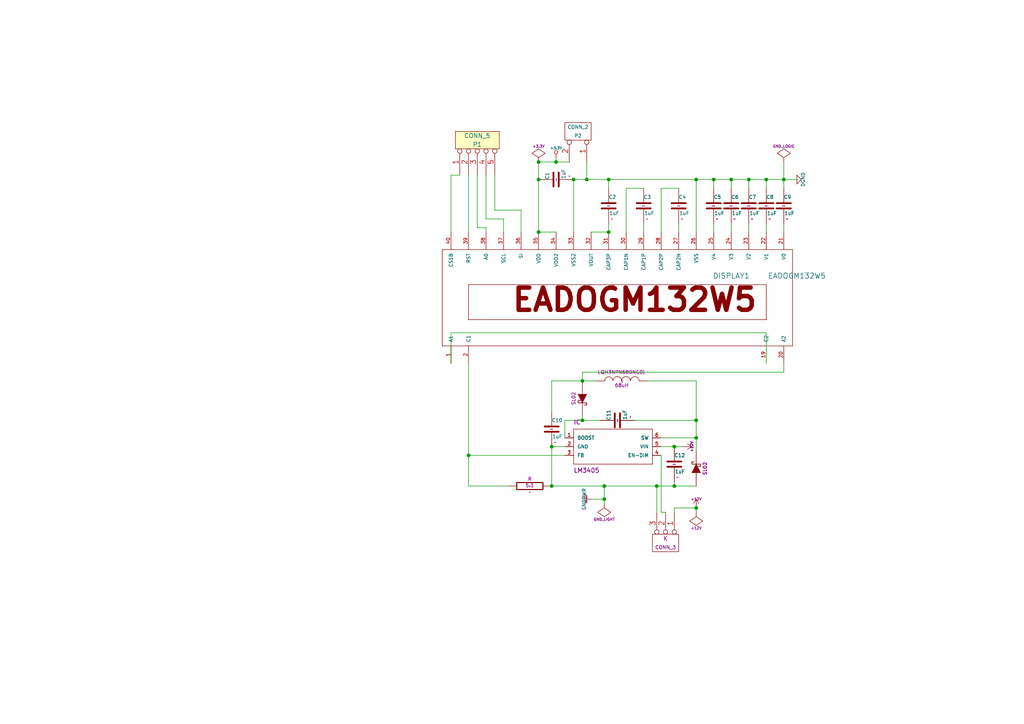
<source format=kicad_sch>
(kicad_sch (version 20211123) (generator eeschema)
  (paper "A4")
  (title_block (date "22 feb 2014"))
  (lib_symbols
    (symbol "LCDdisplays:EADOGM132W5" (pin_names (offset 1.016))
      (property "Reference" "DI" (at 0 0 0))
      (property "Value" "EADOGM132W5" (at 0 0 0))
      (symbol "EADOGM132W5_1_0"
        (polyline (pts (xy -83.82 -20.32) (xy 17.78 -20.32)))
        (polyline (pts (xy -83.82 7.62) (xy -83.82 -20.32)))
        (polyline (pts (xy -76.2 -12.7) (xy 10.16 -12.7)))
        (polyline (pts (xy -76.2 -2.54) (xy -76.2 -12.7)))
        (polyline (pts (xy 10.16 -12.7) (xy 10.16 -2.54)))
        (polyline (pts (xy 10.16 -2.54) (xy -76.2 -2.54)))
        (polyline (pts (xy 17.78 -20.32) (xy 17.78 7.62)))
        (polyline (pts (xy 17.78 7.62) (xy -83.82 7.62)))
        (text "EADOGM132W5" (at -28.0162 -6.9342 0) (effects (font (size 6.4516 6.4516) bold)))
      )
      (symbol "EADOGM132W5_1_1"
        (pin bidirectional line (at -81.28 -25.4 90) (length 5.08) (name "A1") (number "1"))
        (pin bidirectional line (at 10.16 -25.4 90) (length 5.08) (name "C2") (number "19"))
        (pin bidirectional line (at -76.2 -25.4 90) (length 5.08) (name "C1") (number "2"))
        (pin bidirectional line (at 15.24 -25.4 90) (length 5.08) (name "A2") (number "20"))
        (pin bidirectional line (at 15.24 12.7 270) (length 5.08) (name "V0") (number "21"))
        (pin bidirectional line (at 10.16 12.7 270) (length 5.08) (name "V1") (number "22"))
        (pin bidirectional line (at 5.08 12.7 270) (length 5.08) (name "V2") (number "23"))
        (pin bidirectional line (at 0 12.7 270) (length 5.08) (name "V3") (number "24"))
        (pin bidirectional line (at -5.08 12.7 270) (length 5.08) (name "V4") (number "25"))
        (pin power_in line (at -10.16 12.7 270) (length 5.08) (name "VSS") (number "26"))
        (pin bidirectional line (at -15.24 12.7 270) (length 5.08) (name "CAP2N") (number "27"))
        (pin bidirectional line (at -20.32 12.7 270) (length 5.08) (name "CAP2P") (number "28"))
        (pin bidirectional line (at -25.4 12.7 270) (length 5.08) (name "CAP1P") (number "29"))
        (pin bidirectional line (at -30.48 12.7 270) (length 5.08) (name "CAP1N") (number "30"))
        (pin bidirectional line (at -35.56 12.7 270) (length 5.08) (name "CAP3P") (number "31"))
        (pin bidirectional line (at -40.64 12.7 270) (length 5.08) (name "VOUT") (number "32"))
        (pin power_in line (at -45.72 12.7 270) (length 5.08) (name "VSS2") (number "33"))
        (pin power_in line (at -50.8 12.7 270) (length 5.08) (name "VDD2") (number "34"))
        (pin power_in line (at -55.88 12.7 270) (length 5.08) (name "VDD") (number "35"))
        (pin bidirectional line (at -60.96 12.7 270) (length 5.08) (name "SI") (number "36"))
        (pin bidirectional line (at -66.04 12.7 270) (length 5.08) (name "SCL") (number "37"))
        (pin bidirectional line (at -71.12 12.7 270) (length 5.08) (name "A0") (number "38"))
        (pin bidirectional line (at -76.2 12.7 270) (length 5.08) (name "RST") (number "39"))
        (pin bidirectional line (at -81.28 12.7 270) (length 5.08) (name "CS1B") (number "40"))
      )
    )
    (symbol "control-display-rescue:+12V" (power) (pin_names (offset 0))
      (property "Value" "+12V" (at 0 3.556 0))
      (symbol "+12V_0_1"
        (polyline (pts (xy -0.762 1.27) (xy 0 2.54)))
        (polyline (pts (xy 0 0) (xy 0 2.54)))
        (polyline (pts (xy 0 2.54) (xy 0.762 1.27)))
      )
      (symbol "+12V_1_1"
        (pin power_in line (at 0 0 90) (length 0) hide (name "+12V") (number "1"))
      )
    )
    (symbol "control-display-rescue:+3.3V-RESCUE-control-display" (power) (pin_names (offset 0))
      (property "Value" "+3.3V-RESCUE-control-display" (at 0 2.794 0))
      (symbol "+3.3V-RESCUE-control-display_0_0"
        (pin power_in line (at 0 0 90) (length 0) hide (name "+3.3V") (number "1"))
      )
      (symbol "+3.3V-RESCUE-control-display_0_1"
        (polyline (pts (xy 0 0) (xy 0 1.016) (xy 0 1.016)))
        (circle (center 0 1.524) (radius 0.508))
      )
    )
    (symbol "control-display-rescue:C-RESCUE-control-display" (pin_numbers hide) (pin_names (offset 0.254))
      (property "Reference" "C" (at 0 2.54 0))
      (property "Value" "C-RESCUE-control-display" (at 0.1524 -2.159 0))
      (symbol "C-RESCUE-control-display_0_1"
        (polyline (pts (xy -2.032 -0.762) (xy 2.032 -0.762)) (stroke (width 0.508)))
        (polyline (pts (xy -2.032 0.762) (xy 2.032 0.762)) (stroke (width 0.508)))
      )
      (symbol "C-RESCUE-control-display_1_1"
        (pin passive line (at 0 5.08 270) (length 4.318) (name "~") (number "1"))
        (pin passive line (at 0 -5.08 90) (length 4.318) (name "~") (number "2"))
      )
    )
    (symbol "control-display-rescue:CONN_2" (pin_names (offset 1.016) hide)
      (property "Reference" "P" (at -1.27 0 90))
      (property "Value" "CONN_2" (at 1.27 0 90))
      (symbol "CONN_2_0_1"
        (rectangle (start -2.54 3.81) (end 2.54 -3.81))
      )
      (symbol "CONN_2_1_1"
        (pin passive inverted (at -8.89 2.54 0) (length 6.35) (name "P1") (number "1"))
        (pin passive inverted (at -8.89 -2.54 0) (length 6.35) (name "PM") (number "2"))
      )
    )
    (symbol "control-display-rescue:CONN_3" (pin_names (offset 1.016) hide)
      (property "Reference" "K" (at -1.27 0 90))
      (property "Value" "CONN_3" (at 1.27 0 90))
      (symbol "CONN_3_0_1"
        (rectangle (start -2.54 3.81) (end 2.54 -3.81))
      )
      (symbol "CONN_3_1_1"
        (pin passive inverted (at -8.89 2.54 0) (length 6.35) (name "P1") (number "1"))
        (pin passive inverted (at -8.89 0 0) (length 6.35) (name "PM") (number "2"))
        (pin passive inverted (at -8.89 -2.54 0) (length 6.35) (name "P3") (number "3"))
      )
    )
    (symbol "control-display-rescue:CONN_5" (pin_names (offset 1.016))
      (property "Reference" "P" (at -1.27 0 90))
      (property "Value" "CONN_5" (at 1.27 0 90))
      (symbol "CONN_5_0_1"
        (rectangle (start -2.54 6.35) (end 2.54 -6.35) (fill (type background)))
      )
      (symbol "CONN_5_1_1"
        (pin passive inverted (at -10.16 5.08 0) (length 7.62) (name "~") (number "1"))
        (pin passive inverted (at -10.16 2.54 0) (length 7.62) (name "~") (number "2"))
        (pin passive inverted (at -10.16 0 0) (length 7.62) (name "~") (number "3"))
        (pin passive inverted (at -10.16 -2.54 0) (length 7.62) (name "~") (number "4"))
        (pin passive inverted (at -10.16 -5.08 0) (length 7.62) (name "~") (number "5"))
      )
    )
    (symbol "control-display-rescue:DGND" (power) (pin_names (offset 1.016))
      (property "Value" "DGND" (at 0 -1.778 0))
      (symbol "DGND_0_1"
        (polyline (pts (xy -1.27 0) (xy 0 -1.27) (xy 1.27 0) (xy -1.27 0)))
      )
      (symbol "DGND_1_1"
        (pin power_in line (at 0 0 90) (length 0) hide (name "DGND") (number "1"))
      )
    )
    (symbol "control-display-rescue:DIODESCH" (pin_numbers hide) (pin_names (offset 1.016) hide)
      (property "Reference" "D" (at 0 2.54 0))
      (property "Value" "DIODESCH" (at 0 -2.54 0))
      (symbol "DIODESCH_0_1"
        (polyline (pts (xy -1.27 1.27) (xy 1.27 0) (xy -1.27 -1.27)) (fill (type outline)))
        (polyline (pts (xy 1.905 0.635) (xy 1.905 1.27) (xy 1.27 1.27) (xy 1.27 -1.27) (xy 0.635 -1.27) (xy 0.635 -0.635)) (stroke (width 0.2032)))
      )
      (symbol "DIODESCH_1_1"
        (pin passive line (at -5.08 0 0) (length 3.81) (name "A") (number "1"))
        (pin passive line (at 5.08 0 180) (length 3.81) (name "K") (number "2"))
      )
    )
    (symbol "control-display-rescue:GNDPWR" (power) (pin_names (offset 0))
      (property "Value" "GNDPWR" (at 0 -3.302 0))
      (symbol "GNDPWR_0_1"
        (polyline (pts (xy 0 -1.27) (xy 0 0)))
        (polyline (pts (xy -1.016 -1.27) (xy -1.27 -2.032) (xy -1.27 -2.032)) (stroke (width 0.2032)))
        (polyline (pts (xy -0.508 -1.27) (xy -0.762 -2.032) (xy -0.762 -2.032)) (stroke (width 0.2032)))
        (polyline (pts (xy 0 -1.27) (xy -0.254 -2.032) (xy -0.254 -2.032)) (stroke (width 0.2032)))
        (polyline (pts (xy 0.508 -1.27) (xy 0.254 -2.032) (xy 0.254 -2.032)) (stroke (width 0.2032)))
        (polyline (pts (xy 1.016 -1.27) (xy -1.016 -1.27) (xy -1.016 -1.27)) (stroke (width 0.2032)))
        (polyline (pts (xy 1.016 -1.27) (xy 0.762 -2.032) (xy 0.762 -2.032) (xy 0.762 -2.032)) (stroke (width 0.2032)))
      )
      (symbol "GNDPWR_1_1"
        (pin power_in line (at 0 0 90) (length 0) hide (name "GNDPWR") (number "1"))
      )
    )
    (symbol "control-display-rescue:INDUCTOR" (pin_numbers hide) (pin_names (offset 1.016) hide)
      (property "Reference" "L" (at -1.27 0 90))
      (property "Value" "INDUCTOR" (at 2.54 0 90))
      (symbol "INDUCTOR_0_1"
        (arc (start 0.0254 -5.0546) (mid 1.2449 -3.8097) (end 0.0254 -2.54))
        (arc (start 0.0254 -2.5146) (mid 1.2703 -1.2444) (end 0.0254 0.0508))
        (arc (start 0.0254 0.0254) (mid 1.2703 1.2956) (end 0.0254 2.5908))
        (arc (start 0.0254 2.5654) (mid 1.1941 3.7595) (end 0.0254 4.9784))
      )
      (symbol "INDUCTOR_1_1"
        (pin passive line (at 0 7.62 270) (length 2.54) (name "1") (number "1"))
        (pin passive line (at 0 -7.62 90) (length 2.54) (name "2") (number "2"))
      )
    )
    (symbol "control-display-rescue:PWR_FLAG" (power) (pin_numbers hide) (pin_names (offset 0) hide)
      (property "Value" "PWR_FLAG" (at 0 4.572 0))
      (symbol "PWR_FLAG_0_0"
        (pin power_out line (at 0 0 90) (length 0) (name "pwr") (number "1"))
      )
      (symbol "PWR_FLAG_0_1"
        (polyline (pts (xy 0 0) (xy 0 1.27) (xy -1.905 2.54) (xy 0 3.81) (xy 1.905 2.54) (xy 0 1.27)))
      )
    )
    (symbol "control-display-rescue:R-RESCUE-control-display" (pin_numbers hide) (pin_names (offset 0))
      (property "Reference" "R" (at 2.032 0 90))
      (property "Value" "R-RESCUE-control-display" (at 0.1778 0.0254 90))
      (symbol "R-RESCUE-control-display_0_1"
        (rectangle (start -1.016 3.81) (end 1.016 -3.81) (stroke (width 0.3048)))
      )
      (symbol "R-RESCUE-control-display_1_1"
        (pin passive line (at 0 6.35 270) (length 2.54) (name "~") (number "1"))
        (pin passive line (at 0 -6.35 90) (length 2.54) (name "~") (number "2"))
      )
    )
    (symbol "texas-local:LM3405" (pin_names (offset 1.016))
      (property "Reference" "IC" (at -10.16 6.35 0))
      (property "Value" "LM3405" (at -10.16 -7.62 0))
      (symbol "LM3405_1_0"
        (polyline (pts (xy -10.16 -5.08) (xy -10.16 5.08)))
        (polyline (pts (xy -10.16 5.08) (xy 12.7 5.08)))
        (polyline (pts (xy 12.7 -5.08) (xy -10.16 -5.08)))
        (polyline (pts (xy 12.7 5.08) (xy 12.7 -5.08)))
      )
      (symbol "LM3405_1_1"
        (pin bidirectional line (at -12.7 2.54 0) (length 2.54) (name "BOOST") (number "1"))
        (pin power_in line (at -12.7 0 0) (length 2.54) (name "GND") (number "2"))
        (pin input line (at -12.7 -2.54 0) (length 2.54) (name "FB") (number "3"))
        (pin input line (at 15.24 -2.54 180) (length 2.54) (name "EN-DIM") (number "4"))
        (pin power_in line (at 15.24 0 180) (length 2.54) (name "VIN") (number "5"))
        (pin output line (at 15.24 2.54 180) (length 2.54) (name "SW") (number "6"))
      )
    )
  )
  (junction (at 156.21 67.31))
  (junction (at 217.17 52.07))
  (junction (at 201.93 147.32))
  (junction (at 156.21 52.07))
  (junction (at 222.25 52.07))
  (junction (at 168.91 110.49))
  (junction (at 207.01 52.07))
  (junction (at 227.33 52.07))
  (junction (at 201.93 52.07))
  (junction (at 190.5 140.97))
  (junction (at 176.53 52.07))
  (junction (at 195.58 140.97))
  (junction (at 160.02 129.54))
  (junction (at 201.93 121.92))
  (junction (at 156.21 46.99))
  (junction (at 166.37 52.07))
  (junction (at 201.93 127))
  (junction (at 170.18 52.07))
  (junction (at 168.91 121.92))
  (junction (at 135.89 132.08))
  (junction (at 161.29 46.99))
  (junction (at 160.02 140.97))
  (junction (at 212.09 52.07))
  (junction (at 175.26 144.78))
  (junction (at 195.58 129.54))
  (junction (at 175.26 140.97))
  (junction (at 176.53 67.31))
  (wire (pts (xy 227.33 52.07) (xy 227.33 54.61)))
  (wire (pts (xy 217.17 52.07) (xy 222.25 52.07)))
  (wire (pts (xy 140.97 63.5) (xy 140.97 50.8)))
  (wire (pts (xy 130.81 96.52) (xy 130.81 105.41)))
  (wire (pts (xy 146.05 63.5) (xy 140.97 63.5)))
  (wire (pts (xy 186.69 67.31) (xy 186.69 64.77)))
  (wire (pts (xy 160.02 140.97) (xy 175.26 140.97)))
  (wire (pts (xy 191.77 148.59) (xy 193.04 148.59)))
  (wire (pts (xy 175.26 140.97) (xy 190.5 140.97)))
  (wire (pts (xy 227.33 107.95) (xy 168.91 107.95)))
  (wire (pts (xy 168.91 121.92) (xy 173.99 121.92)))
  (wire (pts (xy 168.91 120.65) (xy 168.91 121.92)))
  (wire (pts (xy 170.18 52.07) (xy 176.53 52.07)))
  (wire (pts (xy 217.17 54.61) (xy 217.17 52.07)))
  (wire (pts (xy 212.09 67.31) (xy 212.09 64.77)))
  (wire (pts (xy 222.25 52.07) (xy 222.25 54.61)))
  (wire (pts (xy 175.26 140.97) (xy 175.26 144.78)))
  (wire (pts (xy 191.77 132.08) (xy 191.77 148.59)))
  (wire (pts (xy 222.25 105.41) (xy 222.25 96.52)))
  (wire (pts (xy 181.61 67.31) (xy 181.61 54.61)))
  (wire (pts (xy 195.58 148.59) (xy 195.58 147.32)))
  (wire (pts (xy 138.43 66.04) (xy 138.43 50.8)))
  (wire (pts (xy 160.02 110.49) (xy 160.02 119.38)))
  (wire (pts (xy 181.61 54.61) (xy 186.69 54.61)))
  (wire (pts (xy 195.58 147.32) (xy 201.93 147.32)))
  (wire (pts (xy 175.26 144.78) (xy 175.26 146.05)))
  (wire (pts (xy 135.89 67.31) (xy 135.89 50.8)))
  (wire (pts (xy 163.83 132.08) (xy 135.89 132.08)))
  (wire (pts (xy 140.97 67.31) (xy 140.97 66.04)))
  (wire (pts (xy 146.05 67.31) (xy 146.05 63.5)))
  (wire (pts (xy 130.81 67.31) (xy 130.81 50.8)))
  (wire (pts (xy 176.53 52.07) (xy 201.93 52.07)))
  (wire (pts (xy 156.21 67.31) (xy 161.29 67.31)))
  (wire (pts (xy 212.09 52.07) (xy 217.17 52.07)))
  (wire (pts (xy 166.37 52.07) (xy 166.37 67.31)))
  (wire (pts (xy 171.45 144.78) (xy 175.26 144.78)))
  (wire (pts (xy 222.25 96.52) (xy 130.81 96.52)))
  (wire (pts (xy 140.97 66.04) (xy 138.43 66.04)))
  (wire (pts (xy 168.91 110.49) (xy 172.72 110.49)))
  (wire (pts (xy 201.93 110.49) (xy 187.96 110.49)))
  (wire (pts (xy 217.17 67.31) (xy 217.17 64.77)))
  (wire (pts (xy 176.53 67.31) (xy 176.53 64.77)))
  (wire (pts (xy 135.89 140.97) (xy 147.32 140.97)))
  (wire (pts (xy 201.93 147.32) (xy 201.93 148.59)))
  (wire (pts (xy 168.91 107.95) (xy 168.91 110.49)))
  (wire (pts (xy 184.15 121.92) (xy 201.93 121.92)))
  (wire (pts (xy 222.25 52.07) (xy 227.33 52.07)))
  (wire (pts (xy 160.02 129.54) (xy 163.83 129.54)))
  (wire (pts (xy 156.21 46.99) (xy 161.29 46.99)))
  (wire (pts (xy 227.33 52.07) (xy 231.14 52.07)))
  (wire (pts (xy 201.93 110.49) (xy 201.93 121.92)))
  (wire (pts (xy 170.18 46.99) (xy 170.18 52.07)))
  (wire (pts (xy 160.02 110.49) (xy 168.91 110.49)))
  (wire (pts (xy 196.85 67.31) (xy 196.85 64.77)))
  (wire (pts (xy 222.25 67.31) (xy 222.25 64.77)))
  (wire (pts (xy 151.13 67.31) (xy 151.13 60.96)))
  (wire (pts (xy 160.02 140.97) (xy 160.02 129.54)))
  (wire (pts (xy 207.01 67.31) (xy 207.01 64.77)))
  (wire (pts (xy 135.89 105.41) (xy 135.89 132.08)))
  (wire (pts (xy 156.21 46.99) (xy 156.21 52.07)))
  (wire (pts (xy 195.58 129.54) (xy 198.12 129.54)))
  (wire (pts (xy 130.81 50.8) (xy 133.35 50.8)))
  (wire (pts (xy 227.33 105.41) (xy 227.33 107.95)))
  (wire (pts (xy 176.53 67.31) (xy 171.45 67.31)))
  (wire (pts (xy 135.89 132.08) (xy 135.89 140.97)))
  (wire (pts (xy 191.77 129.54) (xy 195.58 129.54)))
  (wire (pts (xy 195.58 140.97) (xy 201.93 140.97)))
  (wire (pts (xy 227.33 46.99) (xy 227.33 52.07)))
  (wire (pts (xy 163.83 121.92) (xy 163.83 127)))
  (wire (pts (xy 176.53 54.61) (xy 176.53 52.07)))
  (wire (pts (xy 161.29 45.72) (xy 161.29 46.99)))
  (wire (pts (xy 143.51 60.96) (xy 143.51 50.8)))
  (wire (pts (xy 191.77 67.31) (xy 191.77 54.61)))
  (wire (pts (xy 207.01 52.07) (xy 212.09 52.07)))
  (wire (pts (xy 212.09 54.61) (xy 212.09 52.07)))
  (wire (pts (xy 166.37 52.07) (xy 170.18 52.07)))
  (wire (pts (xy 161.29 46.99) (xy 165.1 46.99)))
  (wire (pts (xy 156.21 52.07) (xy 156.21 67.31)))
  (wire (pts (xy 207.01 54.61) (xy 207.01 52.07)))
  (wire (pts (xy 191.77 54.61) (xy 196.85 54.61)))
  (wire (pts (xy 190.5 140.97) (xy 195.58 140.97)))
  (wire (pts (xy 191.77 127) (xy 201.93 127)))
  (wire (pts (xy 190.5 148.59) (xy 190.5 140.97)))
  (wire (pts (xy 201.93 127) (xy 201.93 130.81)))
  (wire (pts (xy 201.93 52.07) (xy 201.93 67.31)))
  (wire (pts (xy 195.58 140.97) (xy 195.58 139.7)))
  (wire (pts (xy 163.83 121.92) (xy 168.91 121.92)))
  (wire (pts (xy 151.13 60.96) (xy 143.51 60.96)))
  (wire (pts (xy 227.33 67.31) (xy 227.33 64.77)))
  (wire (pts (xy 201.93 52.07) (xy 207.01 52.07)))
  (wire (pts (xy 201.93 121.92) (xy 201.93 127)))
  (symbol (lib_id "control-display-rescue:C-RESCUE-control-display") (at 222.25 59.69 0) (unit 1)
    (property "Reference" "C8" (at 222.25 57.15 0) (effects (font (size 1.016 1.016)) (justify left)))
    (property "Value" "1uF" (at 222.4024 61.849 0) (effects (font (size 1.016 1.016)) (justify left)))
    (property "Footprint" "~" (at 223.2152 63.5 0) (effects (font (size 0.762 0.762))))
    (property "Datasheet" "~" (at 222.25 59.69 0) (effects (font (size 1.524 1.524))))
  )
  (symbol (lib_id "control-display-rescue:CONN_3") (at 193.04 157.48 270) (unit 1)
    (property "Reference" "K1" (effects hide))
    (property "Value" "CONN_3" (effects hide))
    (property "Référence" "K" (at 193.04 156.21 90))
    (property "Valeur" "CONN_3" (at 193.04 158.75 90) (effects (font (size 1.016 1.016))))
  )
  (symbol (lib_id "control-display-rescue:C-RESCUE-control-display") (at 160.02 124.46 0) (unit 1)
    (property "Reference" "C10" (at 160.02 121.92 0) (effects (font (size 1.016 1.016)) (justify left)))
    (property "Value" "1uF" (at 160.1724 126.619 0) (effects (font (size 1.016 1.016)) (justify left)))
    (property "Footprint" "~" (at 160.9852 128.27 0) (effects (font (size 0.762 0.762))))
    (property "Datasheet" "~" (at 160.02 124.46 0) (effects (font (size 1.524 1.524))))
  )
  (symbol (lib_id "control-display-rescue:C-RESCUE-control-display") (at 176.53 59.69 0) (unit 1)
    (property "Reference" "C2" (at 176.53 57.15 0) (effects (font (size 1.016 1.016)) (justify left)))
    (property "Value" "1uF" (at 176.6824 61.849 0) (effects (font (size 1.016 1.016)) (justify left)))
    (property "Footprint" "~" (at 177.4952 63.5 0) (effects (font (size 0.762 0.762))))
    (property "Datasheet" "~" (at 176.53 59.69 0) (effects (font (size 1.524 1.524))))
  )
  (symbol (lib_id "control-display-rescue:PWR_FLAG") (at 175.26 146.05 180) (unit 1)
    (property "Reference" "#FLG04" (effects hide))
    (property "Value" "PWR_FLAG" (effects hide))
    (property "Référence" "#FLG" (effects hide))
    (property "Valeur" "GND_LIGHT" (at 175.26 150.622 0) (effects (font (size 0.762 0.762))))
  )
  (symbol (lib_id "control-display-rescue:+3.3V-RESCUE-control-display") (at 161.29 45.72 0) (unit 1)
    (property "Reference" "#PWR09" (effects hide))
    (property "Value" "+3.3V" (at 161.29 42.926 0) (effects (font (size 0.762 0.762))))
  )
  (symbol (lib_id "control-display-rescue:C-RESCUE-control-display") (at 179.07 121.92 90) (unit 1)
    (property "Reference" "C11" (at 176.53 121.92 0) (effects (font (size 1.016 1.016)) (justify left)))
    (property "Value" "1uF" (at 181.229 121.7676 0) (effects (font (size 1.016 1.016)) (justify left)))
    (property "Footprint" "~" (at 182.88 120.9548 0) (effects (font (size 0.762 0.762))))
    (property "Datasheet" "~" (at 179.07 121.92 0) (effects (font (size 1.524 1.524))))
  )
  (symbol (lib_id "control-display-rescue:+12V") (at 201.93 147.32 0) (unit 1)
    (property "Reference" "#PWR06" (effects hide))
    (property "Value" "+12V" (effects hide))
    (property "Référence" "#PWR" (effects hide))
    (property "Valeur" "+12V" (at 201.93 144.78 0) (effects (font (size 0.762 0.762))))
  )
  (symbol (lib_id "control-display-rescue:C-RESCUE-control-display") (at 161.29 52.07 90) (unit 1)
    (property "Reference" "C1" (at 158.75 52.07 0) (effects (font (size 1.016 1.016)) (justify left)))
    (property "Value" "1uF" (at 163.449 51.9176 0) (effects (font (size 1.016 1.016)) (justify left)))
    (property "Footprint" "~" (at 165.1 51.1048 0) (effects (font (size 0.762 0.762))))
    (property "Datasheet" "~" (at 161.29 52.07 0) (effects (font (size 1.524 1.524))))
  )
  (symbol (lib_id "control-display-rescue:DIODESCH") (at 168.91 115.57 270) (unit 1)
    (property "Reference" "D1" (effects hide))
    (property "Value" "SL02" (effects hide))
    (property "Valeur" "SL02" (at 166.37 115.57 0) (effects (font (size 1.016 1.016))))
    (property "Empreinte" "~" (at 168.91 115.57 0) (effects (font (size 1.524 1.524))))
    (property "Documentation" "~" (at 168.91 115.57 0) (effects (font (size 1.524 1.524))))
  )
  (symbol (lib_id "control-display-rescue:C-RESCUE-control-display") (at 212.09 59.69 0) (unit 1)
    (property "Reference" "C6" (at 212.09 57.15 0) (effects (font (size 1.016 1.016)) (justify left)))
    (property "Value" "1uF" (at 212.2424 61.849 0) (effects (font (size 1.016 1.016)) (justify left)))
    (property "Footprint" "~" (at 213.0552 63.5 0) (effects (font (size 0.762 0.762))))
    (property "Datasheet" "~" (at 212.09 59.69 0) (effects (font (size 1.524 1.524))))
  )
  (symbol (lib_id "control-display-rescue:C-RESCUE-control-display") (at 207.01 59.69 0) (unit 1)
    (property "Reference" "C5" (at 207.01 57.15 0) (effects (font (size 1.016 1.016)) (justify left)))
    (property "Value" "1uF" (at 207.1624 61.849 0) (effects (font (size 1.016 1.016)) (justify left)))
    (property "Footprint" "~" (at 207.9752 63.5 0) (effects (font (size 0.762 0.762))))
    (property "Datasheet" "~" (at 207.01 59.69 0) (effects (font (size 1.524 1.524))))
  )
  (symbol (lib_id "control-display-rescue:+12V") (at 198.12 129.54 270) (unit 1)
    (property "Reference" "#PWR01" (effects hide))
    (property "Value" "+12V" (effects hide))
    (property "Référence" "#PWR" (effects hide))
    (property "Valeur" "+12V" (at 200.66 129.54 0) (effects (font (size 0.762 0.762))))
  )
  (symbol (lib_id "control-display-rescue:CONN_2") (at 167.64 38.1 270) (mirror x) (unit 1)
    (property "Reference" "P2" (at 167.64 39.37 90) (effects (font (size 1.016 1.016))))
    (property "Value" "CONN_2" (at 167.64 36.83 90) (effects (font (size 1.016 1.016))))
  )
  (symbol (lib_id "control-display-rescue:PWR_FLAG") (at 201.93 148.59 180) (unit 1)
    (property "Reference" "#FLG05" (effects hide))
    (property "Value" "PWR_FLAG" (effects hide))
    (property "Référence" "#FLG" (effects hide))
    (property "Valeur" "+12V" (at 201.93 153.162 0) (effects (font (size 0.762 0.762))))
  )
  (symbol (lib_id "control-display-rescue:C-RESCUE-control-display") (at 195.58 134.62 0) (unit 1)
    (property "Reference" "C12" (at 195.58 132.08 0) (effects (font (size 1.016 1.016)) (justify left)))
    (property "Value" "1uF" (at 195.7324 136.779 0) (effects (font (size 1.016 1.016)) (justify left)))
    (property "Footprint" "~" (at 196.5452 138.43 0) (effects (font (size 0.762 0.762))))
    (property "Datasheet" "~" (at 195.58 134.62 0) (effects (font (size 1.524 1.524))))
  )
  (symbol (lib_id "control-display-rescue:PWR_FLAG") (at 227.33 46.99 0) (unit 1)
    (property "Reference" "#FLG02" (effects hide))
    (property "Value" "PWR_FLAG" (effects hide))
    (property "Référence" "#FLG" (effects hide))
    (property "Valeur" "GND_LOGIC" (at 227.33 42.418 0) (effects (font (size 0.762 0.762))))
  )
  (symbol (lib_id "control-display-rescue:C-RESCUE-control-display") (at 196.85 59.69 0) (unit 1)
    (property "Reference" "C4" (at 196.85 57.15 0) (effects (font (size 1.016 1.016)) (justify left)))
    (property "Value" "1uF" (at 197.0024 61.849 0) (effects (font (size 1.016 1.016)) (justify left)))
    (property "Footprint" "~" (at 197.8152 63.5 0) (effects (font (size 0.762 0.762))))
    (property "Datasheet" "~" (at 196.85 59.69 0) (effects (font (size 1.524 1.524))))
  )
  (symbol (lib_id "control-display-rescue:CONN_5") (at 138.43 40.64 90) (unit 1)
    (property "Reference" "P1" (at 138.43 41.91 90))
    (property "Value" "CONN_5" (at 138.43 39.37 90))
  )
  (symbol (lib_id "control-display-rescue:C-RESCUE-control-display") (at 227.33 59.69 0) (unit 1)
    (property "Reference" "C9" (at 227.33 57.15 0) (effects (font (size 1.016 1.016)) (justify left)))
    (property "Value" "1uF" (at 227.4824 61.849 0) (effects (font (size 1.016 1.016)) (justify left)))
    (property "Footprint" "~" (at 228.2952 63.5 0) (effects (font (size 0.762 0.762))))
    (property "Datasheet" "~" (at 227.33 59.69 0) (effects (font (size 1.524 1.524))))
  )
  (symbol (lib_id "control-display-rescue:DGND") (at 231.14 52.07 90) (unit 1)
    (property "Reference" "#PWR08" (effects hide))
    (property "Value" "DGND" (at 232.918 52.07 0) (effects (font (size 1.016 1.016))))
  )
  (symbol (lib_id "control-display-rescue:C-RESCUE-control-display") (at 217.17 59.69 0) (unit 1)
    (property "Reference" "C7" (at 217.17 57.15 0) (effects (font (size 1.016 1.016)) (justify left)))
    (property "Value" "1uF" (at 217.3224 61.849 0) (effects (font (size 1.016 1.016)) (justify left)))
    (property "Footprint" "~" (at 218.1352 63.5 0) (effects (font (size 0.762 0.762))))
    (property "Datasheet" "~" (at 217.17 59.69 0) (effects (font (size 1.524 1.524))))
  )
  (symbol (lib_id "control-display-rescue:R-RESCUE-control-display") (at 153.67 140.97 90) (unit 1)
    (property "Reference" "R1" (effects hide))
    (property "Value" "5.1" (effects hide))
    (property "Référence" "R" (at 153.67 138.938 90) (effects (font (size 1.016 1.016))))
    (property "Valeur" "5.1" (at 153.6446 140.7922 90) (effects (font (size 1.016 1.016))))
    (property "Empreinte" "~" (at 153.67 142.748 90) (effects (font (size 0.762 0.762))))
    (property "Documentation" "~" (at 153.67 140.97 0) (effects (font (size 0.762 0.762))))
  )
  (symbol (lib_id "control-display-rescue:GNDPWR") (at 171.45 144.78 270) (unit 1)
    (property "Reference" "#PWR07" (effects hide))
    (property "Value" "GNDPWR" (at 169.418 144.78 0) (effects (font (size 1.016 1.016))))
  )
  (symbol (lib_id "LCDdisplays:EADOGM132W5") (at 212.09 80.01 0) (unit 1)
    (property "Reference" "DISPLAY1" (at 212.09 80.01 0) (effects (font (size 1.524 1.524))))
    (property "Value" "EADOGM132W5" (at 231.14 80.01 0) (effects (font (size 1.524 1.524))))
  )
  (symbol (lib_id "control-display-rescue:PWR_FLAG") (at 156.21 46.99 0) (unit 1)
    (property "Reference" "#FLG03" (effects hide))
    (property "Value" "PWR_FLAG" (effects hide))
    (property "Référence" "#FLG" (effects hide))
    (property "Valeur" "+3.3V" (at 156.21 42.418 0) (effects (font (size 0.762 0.762))))
  )
  (symbol (lib_id "control-display-rescue:INDUCTOR") (at 180.34 110.49 90) (unit 1)
    (property "Reference" "L1" (effects hide))
    (property "Value" "68uH" (effects hide))
    (property "Référence" "68uH" (at 180.34 111.76 90) (effects (font (size 1.016 1.016))))
    (property "Valeur" "LQH3NPN680NG0L" (at 180.34 107.95 90) (effects (font (size 1.016 1.016))))
    (property "Empreinte" "~" (at 180.34 110.49 0) (effects (font (size 1.524 1.524))))
    (property "Documentation" "~" (at 180.34 110.49 0) (effects (font (size 1.524 1.524))))
  )
  (symbol (lib_id "texas-local:LM3405") (at 176.53 129.54 0) (unit 1)
    (property "Reference" "IC1" (effects hide))
    (property "Value" "LM3405" (effects hide))
    (property "Référence" "IC" (at 166.37 123.19 0) (effects (justify left bottom)))
    (property "Valeur" "LM3405" (at 166.37 137.16 0) (effects (justify left bottom)))
    (property "Empreinte" "texas-local-SOT23-06" (effects hide))
  )
  (symbol (lib_id "control-display-rescue:C-RESCUE-control-display") (at 186.69 59.69 0) (unit 1)
    (property "Reference" "C3" (at 186.69 57.15 0) (effects (font (size 1.016 1.016)) (justify left)))
    (property "Value" "1uF" (at 186.8424 61.849 0) (effects (font (size 1.016 1.016)) (justify left)))
    (property "Footprint" "~" (at 187.6552 63.5 0) (effects (font (size 0.762 0.762))))
    (property "Datasheet" "~" (at 186.69 59.69 0) (effects (font (size 1.524 1.524))))
  )
  (symbol (lib_id "control-display-rescue:DIODESCH") (at 201.93 135.89 90) (unit 1)
    (property "Reference" "D2" (effects hide))
    (property "Value" "SL02" (effects hide))
    (property "Valeur" "SL02" (at 204.47 135.89 0) (effects (font (size 1.016 1.016))))
    (property "Empreinte" "~" (at 201.93 135.89 0) (effects (font (size 1.524 1.524))))
    (property "Documentation" "~" (at 201.93 135.89 0) (effects (font (size 1.524 1.524))))
  )
)
</source>
